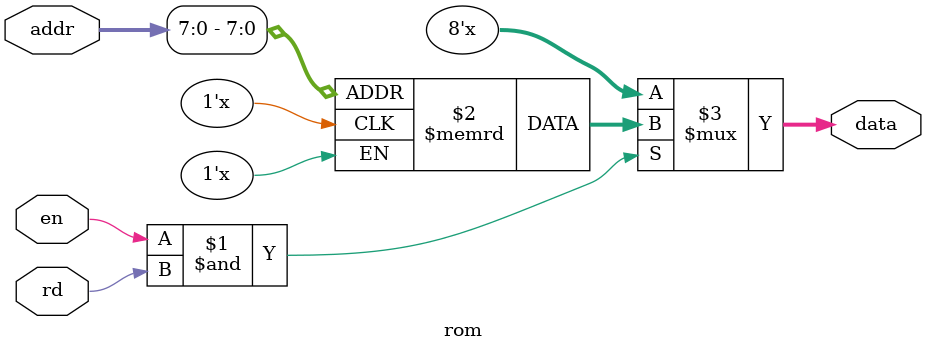
<source format=v>
module rom(
    // 读信号
	input rd,
    // 使能
	input en,
    // 地址总线
	input [12:0] addr,
    // 数据总线
	output [7:0] data
);

    // 8 * 256存储单元
	reg [7:0] mem [8'hff:0];
    // 使能与读信号均有效时，向数据总线写指定地址存储的数据，否则高阻
	assign data = (en & rd) ? mem[addr[7:0]] : 8'bzzzz_zzzz;

endmodule
</source>
